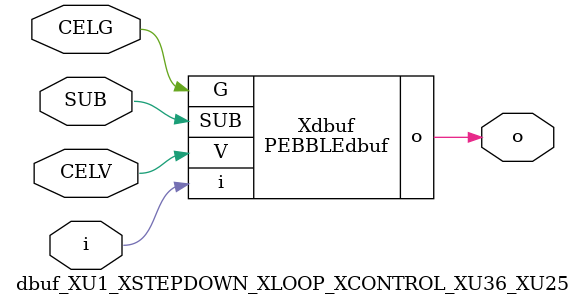
<source format=v>



module PEBBLEdbuf ( o, G, SUB, V, i );

  input V;
  input i;
  input G;
  output o;
  input SUB;
endmodule

//Celera Confidential Do Not Copy dbuf_XU1_XSTEPDOWN_XLOOP_XCONTROL_XU36_XU25
//Celera Confidential Symbol Generator
//Digital Buffer
module dbuf_XU1_XSTEPDOWN_XLOOP_XCONTROL_XU36_XU25 (CELV,CELG,i,o,SUB);
input CELV;
input CELG;
input i;
input SUB;
output o;

//Celera Confidential Do Not Copy dbuf
PEBBLEdbuf Xdbuf(
.V (CELV),
.i (i),
.o (o),
.SUB (SUB),
.G (CELG)
);
//,diesize,PEBBLEdbuf

//Celera Confidential Do Not Copy Module End
//Celera Schematic Generator
endmodule

</source>
